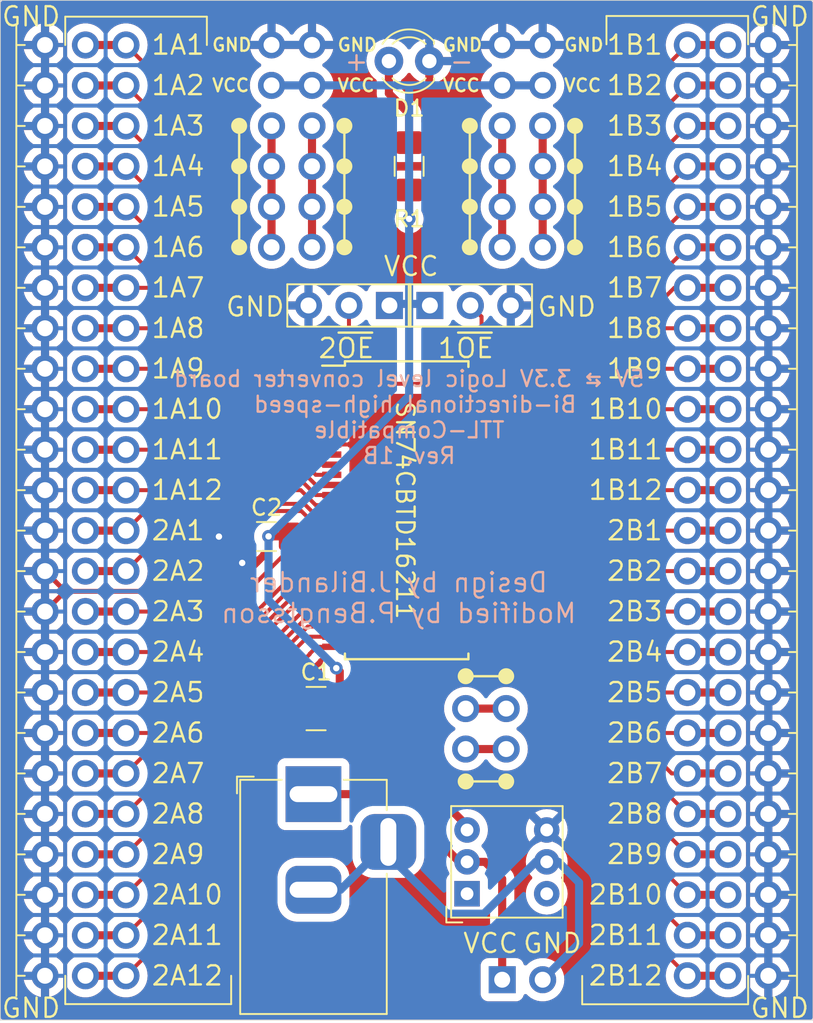
<source format=kicad_pcb>
(kicad_pcb (version 20221018) (generator pcbnew)
  (layers (0 "F.Cu" signal) (31 "B.Cu" signal) (34 "B.Paste" user) (35 "F.Paste" user) (36 "B.SilkS" user "B.Silkscreen") (37 "F.SilkS" user "F.Silkscreen") (38 "B.Mask" user) (39 "F.Mask" user) (44 "Edge.Cuts" user))
  (net 0 "")
  (net 1 "VCC")
  (net 2 "GND")
  (net 3 "2A12")
  (net 4 "2A11")
  (net 5 "2A10")
  (net 6 "2A9")
  (net 7 "2A8")
  (net 8 "2A7")
  (net 9 "2A6")
  (net 10 "2A5")
  (net 11 "2A4")
  (net 12 "2A3")
  (net 13 "2A2")
  (net 14 "2A1")
  (net 15 "1A12")
  (net 16 "1A11")
  (net 17 "1A10")
  (net 18 "1A9")
  (net 19 "1A8")
  (net 20 "1A7")
  (net 21 "1A6")
  (net 22 "1A5")
  (net 23 "1A4")
  (net 24 "1A3")
  (net 25 "1A2")
  (net 26 "1A1")
  (net 27 "2B12")
  (net 28 "2B11")
  (net 29 "2B10")
  (net 30 "2B9")
  (net 31 "2B8")
  (net 32 "2B7")
  (net 33 "2B6")
  (net 34 "2B5")
  (net 35 "2B4")
  (net 36 "2B3")
  (net 37 "2B2")
  (net 38 "2B1")
  (net 39 "1B12")
  (net 40 "1B11")
  (net 41 "1B10")
  (net 42 "1B9")
  (net 43 "1B8")
  (net 44 "1B7")
  (net 45 "1B6")
  (net 46 "1B5")
  (net 47 "1B4")
  (net 48 "1B3")
  (net 49 "1B2")
  (net 50 "1B1")
  (net 51 "/1~{OE}")
  (net 52 "/2~{OE}")
  (net 53 "/ISLAND-B")
  (net 54 "/ISLAND-A")
  (net 55 "/ISLAND-D")
  (net 56 "/ISLAND-C")
  (net 57 "/ISLAND-F")
  (net 58 "/ISLAND-E")
  (net 59 "Net-(D1-A)")
  (net 60 "/GNDPWR")
  (net 61 "/VIN")
  (footprint "Package_SO:SSOP-56_7.5x18.5mm_P0.635mm" (layer "F.Cu") (at 155.5 92)
    (fp_text reference "U1" hide)
    (fp_text value "SN74CBTD16211")
  )
  (footprint "Connector_BarrelJack:BarrelJack_Horizontal" (layer "F.Cu") (at 149.65 109.82 90)
    (fp_text reference "J5" hide)
    (fp_text value "Barrel_Jack_Switch" hide)
  )
  (footprint "Capacitor_SMD:C_1210_3225Metric_Pad1.42x2.65mm_HandSolder" (layer "F.Cu") (at 149.812 104.45 180)
    (fp_text reference "C1")
    (fp_text value "C" hide)
  )
  (footprint "Connector_PinHeader_2.54mm:PinHeader_1x24_P2.54mm_Vertical" (layer "F.Cu") (at 178.2 62.8)
    (fp_text reference "J4" hide)
    (fp_text value "Conn_01x24" hide)
  )
  (footprint "Connector_PinHeader_2.54mm:PinHeader_1x24_P2.54mm_Vertical" (layer "F.Cu") (at 132.8 62.8)
    (fp_text reference "J2" hide)
    (fp_text value "Conn_01x24" hide)
  )
  (footprint "Connector_PinHeader_2.54mm:PinHeader_2x24_P2.54mm_Vertical" (layer "F.Cu") (at 135.34 62.8)
    (fp_text reference "J1" hide)
    (fp_text value "Conn_02x24_Odd_Even" hide)
  )
  (footprint "Connector_PinHeader_2.54mm:PinHeader_2x24_P2.54mm_Vertical" (layer "F.Cu") (at 173.12 62.8)
    (fp_text reference "J3" hide)
    (fp_text value "Conn_02x24_Odd_Even" hide)
  )
  (footprint "Capacitor_SMD:C_1206_3216Metric_Pad1.42x1.75mm_HandSolder" (layer "F.Cu") (at 146.7 93.65)
    (fp_text reference "C2")
    (fp_text value "C" hide)
  )
  (footprint "Connector_PinHeader_2.54mm:PinHeader_2x01_P2.54mm_Vertical" (layer "F.Cu") (at 161.496 121.468)
    (fp_text reference "J6" hide)
    (fp_text value "Conn_02x01" hide)
  )
  (footprint "Connector_PinHeader_2.54mm:PinHeader_1x03_P2.54mm_Vertical" (layer "F.Cu") (at 156.957239 79.148247 90)
    (fp_text reference "JP1" hide)
    (fp_text value "Jumper_3_Open" hide)
  )
  (footprint "Connector_PinHeader_2.54mm:PinHeader_1x03_P2.54mm_Vertical" (layer "F.Cu") (at 154.417239 79.148247 -90)
    (fp_text reference "JP2" hide)
    (fp_text value "Jumper_3_Open" hide)
  )
  (footprint "Connector_PinHeader_2.54mm:PinHeader_2x06_P2.54mm_Vertical" (layer "F.Cu") (at 147.018 62.794)
    (fp_text reference "J7" hide)
    (fp_text value "Conn_02x06_Odd_Even" hide)
  )
  (footprint "Connector_PinHeader_2.54mm:PinHeader_2x06_P2.54mm_Vertical" (layer "F.Cu") (at 161.496 62.794)
    (fp_text reference "J8" hide)
    (fp_text value "Conn_02x06_Odd_Even" hide)
  )
  (footprint "LED_THT:LED_D3.0mm" (layer "F.Cu") (at 156.924 63.81 180)
    (fp_text reference "D1")
    (fp_text value "LED")
  )
  (footprint "Resistor_SMD:R_1206_3216Metric_Pad1.42x1.75mm_HandSolder" (layer "F.Cu") (at 155.654 70.414 -90)
    (fp_text reference "R1")
    (fp_text value "R" hide)
  )
  (footprint "Button_Switch_THT:SW_Push_THT_7x7x12mm_DPDT" (layer "F.Cu") (at 159.29 116.07 90)
    (fp_text reference "SW1" hide)
    (fp_text value "SW_Push_DPDT" hide)
  )
  (footprint "Connector_PinHeader_2.54mm:PinHeader_2x02_P2.54mm_Vertical" (layer "F.Cu") (at 159.205 104.45)
    (fp_text reference "J9" hide)
    (fp_text value "Conn_02x02_Odd_Even" hide)
  )
  (gr_line (start 130 124) (end 130 60) (stroke (width 0.05)) (layer "Edge.Cuts"))
  (gr_line (start 181 60) (end 181 124) (stroke (width 0.05)) (layer "Edge.Cuts"))
  (gr_line (start 181 124) (end 130 124) (stroke (width 0.05)) (layer "Edge.Cuts"))
  (gr_line (start 130 60) (end 181 60) (stroke (width 0.05)) (layer "Edge.Cuts"))
  (gr_text "+" (at 152.352 63.81) (layer "B.SilkS") (effects (font (size 1.2 1.2)) (justify mirror)))
  (gr_text "-" (at 158.956 63.81) (layer "B.SilkS") (effects (font (size 1.2 1.2)) (justify mirror)))
  (gr_text "Design by J.Bilander\nModified by P.Bengtsson" (at 155 97.5) (layer "B.SilkS") (effects (font (size 1.2 1.2)) (justify mirror)))
  (gr_text "5V ⇄ 3.3V Logic level converter board\nBi-directional high-speed \nTTL-Compatible\nRev. 1B" (at 155.654 86.162) (layer "B.SilkS") (effects (font (size 1 1)) (justify mirror)))
  (gr_text "1A1" (at 139.398 62.794) (layer "F.SilkS") (effects (font (size 1.2 1.2)) (justify left)))
  (gr_text "1A2" (at 139.398 65.334) (layer "F.SilkS") (effects (font (size 1.2 1.2)) (justify left)))
  (gr_text "GND" (at 130 123.246) (layer "F.SilkS") (effects (font (size 1.2 1.2)) (justify left)))
  (gr_text "VCC" (at 158.956 119.182) (layer "F.SilkS") (effects (font (size 1.2 1.2)) (justify left)))
  (gr_text "GND" (at 176.99 61.016) (layer "F.SilkS") (effects (font (size 1.2 1.2)) (justify left)))
  (gr_text "GND" (at 176.99 123.246) (layer "F.SilkS") (effects (font (size 1.2 1.2)) (justify left)))
  (gr_text "GND" (at 165.306 62.794) (layer "F.SilkS") (effects (font (size 0.8 0.8)) (justify left)))
  (gr_text "VCC" (at 151.082 65.334) (layer "F.SilkS") (effects (font (size 0.8 0.8)) (justify left)))
  (gr_text "1~{OE}" (at 159.21 81.837438) (layer "F.SilkS") (effects (font (size 1.2 1.2))))
  (gr_text "VCC" (at 153.971444 76.691347) (layer "F.SilkS") (effects (font (size 1.2 1.2)) (justify left)))
  (gr_text "GND" (at 144.065444 79.231347) (layer "F.SilkS") (effects (font (size 1.2 1.2)) (justify left)))
  (gr_text "2B6" (at 171.656 105.974) (layer "F.SilkS") (effects (font (size 1.2 1.2)) (justify right)))
  (gr_text "GND" (at 157.686 62.794) (layer "F.SilkS") (effects (font (size 0.8 0.8)) (justify left)))
  (gr_text "2B12" (at 171.656 121.214) (layer "F.SilkS") (effects (font (size 1.2 1.2)) (justify right)))
  (gr_text "2A5" (at 139.398 103.434) (layer "F.SilkS") (effects (font (size 1.2 1.2)) (justify left)))
  (gr_text "2B5" (at 171.656 103.434) (layer "F.SilkS") (effects (font (size 1.2 1.2)) (justify right)))
  (gr_text "1A6" (at 139.398 75.494) (layer "F.SilkS") (effects (font (size 1.2 1.2)) (justify left)))
  (gr_text "1A12" (at 139.398 90.734) (layer "F.SilkS") (effects (font (size 1.2 1.2)) (justify left)))
  (gr_text "1B3" (at 171.656 67.874) (layer "F.SilkS") (effects (font (size 1.2 1.2)) (justify right)))
  (gr_text "1B5" (at 171.656 72.954) (layer "F.SilkS") (effects (font (size 1.2 1.2)) (justify right)))
  (gr_text "GND" (at 151.082 62.794) (layer "F.SilkS") (effects (font (size 0.8 0.8)) (justify left)))
  (gr_text "1B2" (at 171.656 65.334) (layer "F.SilkS") (effects (font (size 1.2 1.2)) (justify right)))
  (gr_text "2A3" (at 139.398 98.354) (layer "F.SilkS") (effects (font (size 1.2 1.2)) (justify left)))
  (gr_text "VCC" (at 143.208 65.334) (layer "F.SilkS") (effects (font (size 0.8 0.8)) (justify left)))
  (gr_text "2B11" (at 171.656 118.674) (layer "F.SilkS") (effects (font (size 1.2 1.2)) (justify right)))
  (gr_text "2B4" (at 171.656 100.894) (layer "F.SilkS") (effects (font (size 1.2 1.2)) (justify right)))
  (gr_text "GND" (at 163.623444 79.231347) (layer "F.SilkS") (effects (font (size 1.2 1.2)) (justify left)))
  (gr_text "GND" (at 143.208 62.794) (layer "F.SilkS") (effects (font (size 0.8 0.8)) (justify left)))
  (gr_text "1B4" (at 171.656 70.414) (layer "F.SilkS") (effects (font (size 1.2 1.2)) (justify right)))
  (gr_text "2B3" (at 171.656 98.354) (layer "F.SilkS") (effects (font (size 1.2 1.2)) (justify right)))
  (gr_text "VCC" (at 157.686 65.334) (layer "F.SilkS") (effects (font (size 0.8 0.8)) (justify left)))
  (gr_text "2B7" (at 171.656 108.514) (layer "F.SilkS") (effects (font (size 1.2 1.2)) (justify right)))
  (gr_text "1A9" (at 139.398 83.114) (layer "F.SilkS") (effects (font (size 1.2 1.2)) (justify left)))
  (gr_text "1A7" (at 139.398 78.034) (layer "F.SilkS") (effects (font (size 1.2 1.2)) (justify left)))
  (gr_text "2A2" (at 139.398 95.814) (layer "F.SilkS") (effects (font (size 1.2 1.2)) (justify left)))
  (gr_text "2B9" (at 171.656 113.594) (layer "F.SilkS") (effects (font (size 1.2 1.2)) (justify right)))
  (gr_text "1B9" (at 171.656 83.114) (layer "F.SilkS") (effects (font (size 1.2 1.2)) (justify right)))
  (gr_text "2A9" (at 139.398 113.594) (layer "F.SilkS") (effects (font (size 1.2 1.2)) (justify left)))
  (gr_text "2A4" (at 139.398 100.894) (layer "F.SilkS") (effects (font (size 1.2 1.2)) (justify left)))
  (gr_text "1A10" (at 139.398 85.654) (layer "F.SilkS") (effects (font (size 1.2 1.2)) (justify left)))
  (gr_text "2A7" (at 139.398 108.514) (layer "F.SilkS") (effects (font (size 1.2 1.2)) (justify left)))
  (gr_text "1B10" (at 171.656 85.654) (layer "F.SilkS") (effects (font (size 1.2 1.2)) (justify right)))
  (gr_text "2B2" (at 171.656 95.814) (layer "F.SilkS") (effects (font (size 1.2 1.2)) (justify right)))
  (gr_text "2A10" (at 139.398 116.134) (layer "F.SilkS") (effects (font (size 1.2 1.2)) (justify left)))
  (gr_text "1B6" (at 171.656 75.494) (layer "F.SilkS") (effects (font (size 1.2 1.2)) (justify right)))
  (gr_text "2~{OE}" (at 151.7101 81.837438) (layer "F.SilkS") (effects (font (size 1.2 1.2))))
  (gr_text "2B8" (at 171.656 111.054) (layer "F.SilkS") (effects (font (size 1.2 1.2)) (justify right)))
  (gr_text "2A8" (at 139.398 111.054) (layer "F.SilkS") (effects (font (size 1.2 1.2)) (justify left)))
  (gr_text "2A12" (at 139.398 121.214) (layer "F.SilkS") (effects (font (size 1.2 1.2)) (justify left)))
  (gr_text "2A11" (at 139.398 118.674) (layer "F.SilkS") (effects (font (size 1.2 1.2)) (justify left)))
  (gr_text "2B10" (at 171.656 116.134) (layer "F.SilkS") (effects (font (size 1.2 1.2)) (justify right)))
  (gr_text "2B1" (at 171.656 93.274) (layer "F.SilkS") (effects (font (size 1.2 1.2)) (justify right)))
  (gr_text "1A11" (at 139.398 88.194) (layer "F.SilkS") (effects (font (size 1.2 1.2)) (justify left)))
  (gr_text "1B1" (at 171.656 62.794) (layer "F.SilkS") (effects (font (size 1.2 1.2)) (justify right)))
  (gr_text "1B11" (at 171.656 88.194) (layer "F.SilkS") (effects (font (size 1.2 1.2)) (justify right)))
  (gr_text "VCC" (at 165.306 65.334) (layer "F.SilkS") (effects (font (size 0.8 0.8)) (justify left)))
  (gr_text "1A4" (at 139.398 70.414) (layer "F.SilkS") (effects (font (size 1.2 1.2)) (justify left)))
  (gr_text "1A8" (at 139.398 80.574) (layer "F.SilkS") (effects (font (size 1.2 1.2)) (justify left)))
  (gr_text "1A5" (at 139.398 72.954) (layer "F.SilkS") (effects (font (size 1.2 1.2)) (justify left)))
  (gr_text "1B12" (at 171.656 90.734) (layer "F.SilkS") (effects (font (size 1.2 1.2)) (justify right)))
  (gr_text "2A6" (at 139.398 105.974) (layer "F.SilkS") (effects (font (size 1.2 1.2)) (justify left)))
  (gr_text "1A3" (at 139.398 67.874) (layer "F.SilkS") (effects (font (size 1.2 1.2)) (justify left)))
  (gr_text "1B7" (at 171.656 78.034) (layer "F.SilkS") (effects (font (size 1.2 1.2)) (justify right)))
  (gr_text "1B8" (at 171.656 80.574) (layer "F.SilkS") (effects (font (size 1.2 1.2)) (justify right)))
  (gr_text "GND" (at 166.576 119.182) (layer "F.SilkS") (effects (font (size 1.2 1.2)) (justify right)))
  (gr_text "2A1" (at 139.398 93.274) (layer "F.SilkS") (effects (font (size 1.2 1.2)) (justify left)))
  (gr_text "SN74CBTD16211" (at 155.4 92.004 270) (layer "F.SilkS") (effects (font (size 1.1 1.1))))
  (gr_text "GND" (at 130 61.016) (layer "F.SilkS") (effects (font (size 1.2 1.2)) (justify left)))
  (segment (start 146.83 93.64) (end 148.1775 93.64) (width 0.508) (layer "F.Cu") (net 1))
  (segment (start 151.2995 104.45) (end 151.936688 104.45) (width 0.508) (layer "F.Cu") (net 1))
  (segment (start 150.8 93.5875) (end 148.25 93.5875) (width 0.25) (layer "F.Cu") (net 1))
  (segment (start 151.936688 104.45) (end 159.29 111.803312) (width 0.508) (layer "F.Cu") (net 1))
  (segment (start 148.5875 93.25) (end 148.1875 93.65) (width 0.2794) (layer "F.Cu") (net 1))
  (segment (start 148.1775 93.64) (end 148.1875 93.65) (width 0.508) (layer "F.Cu") (net 1))
  (segment (start 155.654 73.716) (end 155.654 71.9015) (width 0.508) (layer "F.Cu") (net 1))
  (segment (start 151.2995 102.1275) (end 151.082 101.91) (width 0.508) (layer "F.Cu") (net 1))
  (segment (start 148.25 93.5875) (end 148.1875 93.65) (width 0.25) (layer "F.Cu") (net 1))
  (segment (start 159.29 111.803312) (end 159.29 112.07) (width 0.508) (layer "F.Cu") (net 1))
  (segment (start 151.2995 104.45) (end 151.2995 102.1275) (width 0.508) (layer "F.Cu") (net 1))
  (via (at 151.082 101.91) (size 0.8) (drill 0.4) (layers "F.Cu" "B.Cu") (net 1))
  (via (at 155.654 73.716) (size 0.8) (drill 0.4) (layers "F.Cu" "B.Cu") (net 1))
  (via (at 146.83 93.64) (size 0.8) (drill 0.4) (layers "F.Cu" "B.Cu") (net 1))
  (segment (start 155.654 73.716) (end 155.654 65.334) (width 0.508) (layer "B.Cu") (net 1))
  (segment (start 155.654 84.816) (end 146.83 93.64) (width 0.508) (layer "B.Cu") (net 1))
  (segment (start 146.83 97.658) (end 151.082 101.91) (width 0.508) (layer "B.Cu") (net 1))
  (segment (start 147.018 65.334) (end 155.654 65.334) (width 0.508) (layer "B.Cu") (net 1))
  (segment (start 155.654 80.32) (end 155.654 73.716) (width 0.508) (layer "B.Cu") (net 1))
  (segment (start 155.654 79.05) (end 156.858992 79.05) (width 0.508) (layer "B.Cu") (net 1))
  (segment (start 155.654 80.32) (end 155.654 79.05) (width 0.508) (layer "B.Cu") (net 1))
  (segment (start 146.83 93.64) (end 146.83 97.658) (width 0.508) (layer "B.Cu") (net 1))
  (segment (start 154.515486 79.05) (end 155.654 79.05) (width 0.508) (layer "B.Cu") (net 1))
  (segment (start 154.417239 79.148247) (end 154.515486 79.05) (width 0.508) (layer "B.Cu") (net 1))
  (segment (start 155.654 80.32) (end 155.654 84.816) (width 0.508) (layer "B.Cu") (net 1))
  (segment (start 155.654 65.334) (end 164.036 65.334) (width 0.508) (layer "B.Cu") (net 1))
  (segment (start 156.858992 79.05) (end 156.957239 79.148247) (width 0.508) (layer "B.Cu") (net 1))
  (segment (start 132.8 70.42) (end 133.9945 70.42) (width 0.25) (layer "F.Cu") (net 2))
  (segment (start 176.9265 113.6575) (end 176.9265 116.134) (width 0.25) (layer "F.Cu") (net 2))
  (segment (start 134.058 100.9) (end 134.064 100.894) (width 0.25) (layer "F.Cu") (net 2))
  (segment (start 176.984 67.88) (end 176.9265 67.9375) (width 0.25) (layer "F.Cu") (net 2))
  (segment (start 134.064 75.5575) (end 134.064 77.9705) (width 0.25) (layer "F.Cu") (net 2))
  (segment (start 132.8 88.2) (end 134.0065 88.2) (width 0.25) (layer "F.Cu") (net 2))
  (segment (start 134.058 103.44) (end 134.064 103.434) (width 0.25) (layer "F.Cu") (net 2))
  (segment (start 133.9945 70.42) (end 134.064 70.3505) (width 0.25) (layer "F.Cu") (net 2))
  (segment (start 178.2 70.42) (end 176.996 70.42) (width 0.25) (layer "F.Cu") (net 2))
  (segment (start 176.9265 116.134) (end 176.9265 122.103) (width 0.25) (layer "F.Cu") (net 2))
  (segment (start 132.8 90.74) (end 134.0065 90.74) (width 0.25) (layer "F.Cu") (net 2))
  (segment (start 134.064 61.9685) (end 134.064 62.794) (width 0.25) (layer "F.Cu") (net 2))
  (segment (start 134.064 106.0375) (end 134.064 108.4505) (width 0.25) (layer "F.Cu") (net 2))
  (segment (start 176.9265 80.5105) (end 176.9265 83.0505) (width 0.25) (layer "F.Cu") (net 2))
  (segment (start 150.8 94.8575) (end 160.2 94.8575) (width 0.25) (layer "F.Cu") (net 2))
  (segment (start 134.064 65.2705) (end 134.064 67.8105) (width 0.25) (layer "F.Cu") (net 2))
  (segment (start 132.8 108.52) (end 133.9945 108.52) (width 0.25) (layer "F.Cu") (net 2))
  (segment (start 133.683 97.084) (end 131.9685 97.084) (width 0.25) (layer "F.Cu") (net 2))
  (segment (start 132.8 121.22) (end 134.058 121.22) (width 0.25) (layer "F.Cu") (net 2))
  (segment (start 178.2 80.58) (end 176.996 80.58) (width 0.25) (layer "F.Cu") (net 2))
  (segment (start 132.8 100.9) (end 134.058 100.9) (width 0.25) (layer "F.Cu") (net 2))
  (segment (start 176.9265 93.2105) (end 176.9265 98.4175) (width 0.25) (layer "F.Cu") (net 2))
  (segment (start 134.064 80.6375) (end 134.064 83.0505) (width 0.25) (layer "F.Cu") (net 2))
  (segment (start 134.058 72.96) (end 134.064 72.954) (width 0.25) (layer "F.Cu") (net 2))
  (segment (start 178.2 113.6) (end 176.984 113.6) (width 0.25) (layer "F.Cu") (net 2))
  (segment (start 132.8 80.58) (end 134.0065 80.58) (width 0.25) (layer "F.Cu") (net 2))
  (segment (start 176.996 83.12) (end 176.9265 83.0505) (width 0.25) (layer "F.Cu") (net 2))
  (segment (start 178.2 100.9) (end 176.996 100.9) (width 0.25) (layer "F.Cu") (net 2))
  (segment (start 132.8 118.68) (end 133.9945 118.68) (width 0.25) (layer "F.Cu") (net 2))
  (segment (start 178.2 121.22) (end 176.9325 121.22) (width 0.25) (layer "F.Cu") (net 2))
  (segment (start 178.2 65.34) (end 176.996 65.34) (width 0.25) (layer "F.Cu") (net 2))
  (segment (start 134.064 103.434) (end 134.064 106.0375) (width 0.25) (layer "F.Cu") (net 2))
  (segment (start 176.996 105.98) (end 176.9265 105.9105) (width 0.25) (layer "F.Cu") (net 2))
  (segment (start 178.2 78.04) (end 176.984 78.04) (width 0.25) (layer "F.Cu") (net 2))
  (segment (start 176.996 88.2) (end 176.9265 88.1305) (width 0.25) (layer "F.Cu") (net 2))
  (segment (start 132.8 116.14) (end 134.058 116.14) (width 0.25) (layer "F.Cu") (net 2))
  (segment (start 176.9265 70.3505) (end 176.9265 72.8905) (width 0.25) (layer "F.Cu") (net 2))
  (segment (start 176.9265 103.4975) (end 176.9265 105.9105) (width 0.25) (layer "F.Cu") (net 2))
  (segment (start 176.996 85.66) (end 176.9265 85.5905) (width 0.25) (layer "F.Cu") (net 2))
  (segment (start 133.9945 65.34) (end 134.064 65.2705) (width 0.25) (layer "F.Cu") (net 2))
  (segment (start 176.9265 83.0505) (end 176.9265 85.5905) (width 0.25) (layer "F.Cu") (net 2))
  (segment (start 176.9325 111.06) (end 176.9265 111.054) (width 0.25) (layer "F.Cu") (net 2))
  (segment (start 176.984 78.04) (end 176.9265 78.0975) (width 0.25) (layer "F.Cu") (net 2))
  (segment (start 134.064 67.8105) (end 134.064 70.3505) (width 0.25) (layer "F.Cu") (net 2))
  (segment (start 176.9265 98.4175) (end 176.9265 100.8305) (width 0.25) (layer "F.Cu") (net 2))
  (segment (start 134.058 113.6) (end 134.064 113.594) (width 0.25) (layer "F.Cu") (net 2))
  (segment (start 134.064 118.6105) (end 134.064 122.103) (width 0.25) (layer "F.Cu") (net 2))
  (segment (start 176.996 100.9) (end 176.9265 100.8305) (width 0.25) (layer "F.Cu") (net 2))
  (segment (start 134.064 83.0505) (end 134.064 85.654) (width 0.25) (layer "F.Cu") (net 2))
  (segment (start 132.8 62.8) (end 134.058 62.8) (width 0.25) (layer "F.Cu") (net 2))
  (segment (start 178.2 111.06) (end 176.9325 111.06) (width 0.25) (layer "F.Cu") (net 2))
  (segment (start 176.9265 62.7305) (end 176.9265 65.2705) (width 0.25) (layer "F.Cu") (net 2))
  (segment (start 176.996 90.74) (end 176.9265 90.6705) (width 0.25) (layer "F.Cu") (net 2))
  (segment (start 134.064 113.594) (end 134.064 116.134) (width 0.25) (layer "F.Cu") (net 2))
  (segment (start 176.9325 95.82) (end 176.9265 95.814) (width 0.25) (layer "F.Cu") (net 2))
  (segment (start 134.064 77.9705) (end 134.064 80.6375) (width 0.25) (layer "F.Cu") (net 2))
  (segment (start 134.058 85.66) (end 134.064 85.654) (width 0.25) (layer "F.Cu") (net 2))
  (segment (start 132.8 83.12) (end 133.9945 83.12) (width 0.25) (layer "F.Cu") (net 2))
  (segment (start 132.8 67.88) (end 133.9945 67.88) (width 0.25) (layer "F.Cu") (net 2))
  (segment (start 134.064 93.274) (end 134.064 100.894) (width 0.25) (layer "F.Cu") (net 2))
  (segment (start 132.8 75.5) (end 134.0065 75.5) (width 0.25) (layer "F.Cu") (net 2))
  (segment (start 178.2 62.8) (end 176.996 62.8) (width 0.25) (layer "F.Cu") (net 2))
  (segment (start 176.9325 108.52) (end 176.9265 108.514) (width 0.25) (layer "F.Cu") (net 2))
  (segment (start 134.0065 75.5) (end 134.064 75.5575) (width 0.25) (layer "F.Cu") (net 2))
  (segment (start 132.8 113.6) (end 134.058 113.6) (width 0.25) (layer "F.Cu") (net 2))
  (segment (start 178.2 116.14) (end 176.9325 116.14) (width 0.25) (layer "F.Cu") (net 2))
  (segment (start 133.9945 108.52) (end 134.064 108.4505) (width 0.25) (layer "F.Cu") (net 2))
  (segment (start 132.8 105.98) (end 134.0065 105.98) (width 0.25) (layer "F.Cu") (net 2))
  (segment (start 134.0065 88.2) (end 134.064 88.2575) (width 0.25) (layer "F.Cu") (net 2))
  (segment (start 176.9265 72.8905) (end 176.9265 75.4305) (width 0.25) (layer "F.Cu") (net 2))
  (segment (start 176.984 113.6) (end 176.9265 113.6575) (width 0.25) (layer "F.Cu") (net 2))
  (segment (start 134.064 111.1175) (end 134.064 113.594) (width 0.25) (layer "F.Cu") (net 2))
  (segment (start 132.8 111.06) (end 134.0065 111.06) (width 0.25) (layer "F.Cu") (net 2))
  (segment (start 132.8 72.96) (end 134.058 72.96) (width 0.25) (layer "F.Cu") (net 2))
  (segment (start 134.0065 105.98) (end 134.064 106.0375) (width 0.25) (layer "F.Cu") (net 2))
  (segment (start 134.058 93.28) (end 134.064 93.274) (width 0.25) (layer "F.Cu") (net 2))
  (segment (start 176.9265 65.2705) (end 176.9265 67.9375) (width 0.25) (layer "F.Cu") (net 2))
  (segment (start 134.058 121.22) (end 134.064 121.214) (width 0.25) (layer "F.Cu") (net 2))
  (segment (start 176.996 75.5) (end 176.9265 75.4305) (width 0.25) (layer "F.Cu") (net 2))
  (segment (start 176.9325 116.14) (end 176.9265 116.134) (width 0.25) (layer "F.Cu") (net 2))
  (segment (start 134.064 70.3505) (end 134.064 75.5575) (width 0.25) (layer "F.Cu") (net 2))
  (segment (start 178.2 72.96) (end 176.996 72.96) (width 0.25) (layer "F.Cu") (net 2))
  (segment (start 134.064 116.134) (end 134.064 118.6105) (width 0.25) (layer "F.Cu") (net 2))
  (segment (start 176.984 103.44) (end 176.9265 103.4975) (width 0.25) (layer "F.Cu") (net 2))
  (segment (start 176.9265 88.1305) (end 176.9265 90.6705) (width 0.25) (layer "F.Cu") (net 2))
  (segment (start 134.058 116.14) (end 134.064 116.134) (width 0.25) (layer "F.Cu") (net 2))
  (segment (start 134.07 97.09) (end 141.7725 97.09) (width 0.3048) (layer "F.Cu") (net 2))
  (segment (start 176.9265 90.6705) (end 176.9265 93.2105) (width 0.25) (layer "F.Cu") (net 2))
  (segment (start 134.0065 90.74) (end 134.064 90.7975) (width 0.25) (layer "F.Cu") (net 2))
  (segment (start 134.064 100.894) (end 134.064 103.434) (width 0.25) (layer "F.Cu") (net 2))
  (segment (start 178.2 88.2) (end 176.996 88.2) (width 0.25) (layer "F.Cu") (net 2))
  (segment (start 178.2 118.68) (end 176.9325 118.68) (width 0.25) (layer "F.Cu") (net 2))
  (segment (start 134.0065 111.06) (end 134.064 111.1175) (width 0.25) (layer "F.Cu") (net 2))
  (segment (start 133.9945 118.68) (end 134.064 118.6105) (width 0.25) (layer "F.Cu") (net 2))
  (segment (start 176.9325 118.68) (end 176.9265 118.674) (width 0.25) (layer "F.Cu") (net 2))
  (segment (start 132.8 93.28) (end 134.058 93.28) (width 0.25) (layer "F.Cu") (net 2))
  (segment (start 176.9265 85.5905) (end 176.9265 88.1305) (width 0.25) (layer "F.Cu") (net 2))
  (segment (start 176.9265 75.4305) (end 176.9265 78.0975) (width 0.25) (layer "F.Cu") (net 2))
  (segment (start 132.8 78.04) (end 133.9945 78.04) (width 0.25) (layer "F.Cu") (net 2))
  (segment (start 176.9265 61.9685) (end 176.9265 62.7305) (width 0.25) (layer "F.Cu") (net 2))
  (segment (start 176.996 93.28) (end 176.9265 93.2105) (width 0.25) (layer "F.Cu") (net 2))
  (segment (start 134.064 108.4505) (end 134.064 111.1175) (width 0.25) (layer "F.Cu") (net 2))
  (segment (start 132.8 85.66) (end 134.058 85.66) (width 0.25) (layer "F.Cu") (net 2))
  (segment (start 176.996 65.34) (end 176.9265 65.2705) (width 0.25) (layer "F.Cu") (net 2))
  (segment (start 178.2 85.66) (end 176.996 85.66) (width 0.25) (layer "F.Cu") (net 2))
  (segment (start 160.2 87.8725) (end 150.8 87.8725) (width 0.25) (layer "F.Cu") (net 2))
  (segment (start 133.9945 67.88) (end 134.064 67.8105) (width 0.25) (layer "F.Cu") (net 2))
  (segment (start 133.9945 83.12) (end 134.064 83.0505) (width 0.25) (layer "F.Cu") (net 2))
  (segment (start 176.996 62.8) (end 176.9265 62.7305) (width 0.25) (layer "F.Cu") (net 2))
  (segment (start 178.2 75.5) (end 176.996 75.5) (width 0.25) (layer "F.Cu") (net 2))
  (segment (start 133.9945 78.04) (end 134.064 77.9705) (width 0.25) (layer "F.Cu") (net 2))
  (segment (start 178.2 103.44) (end 176.984 103.44) (width 0.25) (layer "F.Cu") (net 2))
  (segment (start 176.9265 78.0975) (end 176.9265 80.5105) (width 0.25) (layer "F.Cu") (net 2))
  (segment (start 178.2 90.74) (end 176.996 90.74) (width 0.25) (layer "F.Cu") (net 2))
  (segment (start 176.9265 100.8305) (end 176.9265 103.4975) (width 0.25) (layer "F.Cu") (net 2))
  (segment (start 178.2 98.36) (end 176.984 98.36) (width 0.25) (layer "F.Cu") (net 2))
  (segment (start 132.8 98.36) (end 134.07 97.09) (width 0.3048) (layer "F.Cu") (net 2))
  (segment (start 134.064 88.2575) (end 134.064 90.7975) (width 0.25) (layer "F.Cu") (net 2))
  (segment (start 176.996 72.96) (end 176.9265 72.8905) (width 0.25) (layer "F.Cu") (net 2))
  (segment (start 134.064 62.794) (end 134.064 65.2705) (width 0.25) (layer "F.Cu") (net 2))
  (segment (start 178.2 83.12) (end 176.996 83.12) (width 0.25) (layer "F.Cu") (net 2))
  (segment (start 134.0065 80.58) (end 134.064 80.6375) (width 0.25) (layer "F.Cu") (net 2))
  (segment (start 176.996 80.58) (end 176.9265 80.5105) (width 0.25) (layer "F.Cu") (net 2))
  (segment (start 178.2 95.82) (end 176.9325 95.82) (width 0.25) (layer "F.Cu") (net 2))
  (segment (start 178.2 67.88) (end 176.984 67.88) (width 0.25) (layer "F.Cu") (net 2))
  (segment (start 132.8 95.82) (end 134.07 97.09) (width 0.3048) (layer "F.Cu") (net 2))
  (segment (start 132.8 103.44) (end 134.058 103.44) (width 0.25) (layer "F.Cu") (net 2))
  (segment (start 176.9265 108.514) (end 176.9265 113.6575) (width 0.25) (layer "F.Cu") (net 2))
  (segment (start 178.2 108.52) (end 176.9325 108.52) (width 0.25) (layer "F.Cu") (net 2))
  (segment (start 178.2 93.28) (end 176.996 93.28) (width 0.25) (layer "F.Cu") (net 2))
  (segment (start 134.064 85.654) (end 134.064 88.2575) (width 0.25) (layer "F.Cu") (net 2))
  (segment (start 176.996 70.42) (end 176.9265 70.3505) (width 0.25) (layer "F.Cu") (net 2))
  (segment (start 176.984 98.36) (end 176.9265 98.4175) (width 0.25) (layer "F.Cu") (net 2))
  (segment (start 178.2 105.98) (end 176.996 105.98) (width 0.25) (layer "F.Cu") (net 2))
  (segment (start 141.7725 97.09) (end 145.2125 93.65) (width 0.3048) (layer "F.Cu") (net 2))
  (segment (start 134.064 90.7975) (end 134.064 93.274) (width 0.25) (layer "F.Cu") (net 2))
  (segment (start 132.8 65.34) (end 133.9945 65.34) (width 0.25) (layer "F.Cu") (net 2))
  (segment (start 134.058 62.8) (end 134.064 62.794) (width 0.25) (layer "F.Cu") (net 2))
  (segment (start 176.9265 105.9105) (end 176.9265 108.514) (width 0.25) (layer "F.Cu") (net 2))
  (segment (start 176.9325 121.22) (end 176.9265 121.214) (width 0.25) (layer "F.Cu") (net 2))
  (segment (start 176.9265 67.9375) (end 176.9265 70.3505) (width 0.25) (layer "F.Cu") (net 2))
  (via (at 145.1765 95.306) (size 0.8) (drill 0.4) (layers "F.Cu" "B.Cu") (net 2))
  (via (at 143.716 93.655) (size 0.8) (drill 0.4) (layers "F.Cu" "B.Cu") (net 2))
  (segment (start 179.022 66.604) (end 172.291 66.604) (width 0.25) (layer "B.Cu") (net 2))
  (segment (start 179.022 69.144) (end 172.291 69.144) (width 0.25) (layer "B.Cu") (net 2))
  (segment (start 179.022 71.684) (end 172.291 71.684) (width 0.25) (layer "B.Cu") (net 2))
  (segment (start 179.022 74.224) (end 172.291 74.224) (width 0.25) (layer "B.Cu") (net 2))
  (segment (start 179.022 76.764) (end 172.291 76.764) (width 0.25) (layer "B.Cu") (net 2))
  (segment (start 179.022 79.304) (end 172.291 79.304) (width 0.25) (layer "B.Cu") (net 2))
  (segment (start 179.022 81.844) (end 172.291 81.844) (width 0.25) (layer "B.Cu") (net 2))
  (segment (start 179.022 84.384) (end 172.291 84.384) (width 0.25) (layer "B.Cu") (net 2))
  (segment (start 179.022 86.924) (end 172.291 86.924) (width 0.25) (layer "B.Cu") (net 2))
  (segment (start 179.022 89.464) (end 172.291 89.464) (width 0.25) (layer "B.Cu") (net 2))
  (segment (start 179.022 92.004) (end 172.291 92.004) (width 0.25) (layer "B.Cu") (net 2))
  (segment (start 179.022 94.544) (end 172.291 94.544) (width 0.25) (layer "B.Cu") (net 2))
  (segment (start 179.022 97.084) (end 172.291 97.084) (width 0.25) (layer "B.Cu") (net 2))
  (segment (start 179.022 99.624) (end 172.291 99.624) (width 0.25) (layer "B.Cu") (net 2))
  (segment (start 179.022 102.164) (end 172.291 102.164) (width 0.25) (layer "B.Cu") (net 2))
  (segment (start 179.022 104.704) (end 172.291 104.704) (width 0.25) (layer "B.Cu") (net 2))
  (segment (start 179.022 107.244) (end 172.291 107.244) (width 0.25) (layer "B.Cu") (net 2))
  (segment (start 179.022 109.784) (end 172.291 109.784) (width 0.25) (layer "B.Cu") (net 2))
  (segment (start 179.022 112.324) (end 172.291 112.324) (width 0.25) (layer "B.Cu") (net 2))
  (segment (start 179.022 114.864) (end 172.291 114.864) (width 0.25) (layer "B.Cu") (net 2))
  (segment (start 179.022 117.404) (end 172.291 117.404) (width 0.25) (layer "B.Cu") (net 2))
  (segment (start 179.022 119.944) (end 172.291 119.944) (width 0.25) (layer "B.Cu") (net 2))
  (segment (start 174.3865 61.9685) (end 174.3865 122.103) (width 0.25) (layer "B.Cu") (net 2))
  (segment (start 136.604 61.9685) (end 136.604 122.103) (width 0.25) (layer "B.Cu") (net 2))
  (segment (start 138.6995 64.064) (end 131.9685 64.064) (width 0.25) (layer "B.Cu") (net 2))
  (segment (start 138.6995 66.604) (end 131.9685 66.604) (width 0.25) (layer "B.Cu") (net 2))
  (segment (start 138.6995 69.144) (end 131.9685 69.144) (width 0.25) (layer "B.Cu") (net 2))
  (segment (start 138.6995 71.684) (end 131.9685 71.684) (width 0.25) (layer "B.Cu") (net 2))
  (segment (start 138.6995 74.224) (end 131.9685 74.224) (width 0.25) (layer "B.Cu") (net 2))
  (segment (start 138.6995 76.764) (end 131.9685 76.764) (width 0.25) (layer "B.Cu") (net 2))
  (segment (start 138.6995 79.304) (end 131.9685 79.304) (width 0.25) (layer "B.Cu") (net 2))
  (segment (start 138.6995 81.844) (end 131.9685 81.844) (width 0.25) (layer "B.Cu") (net 2))
  (segment (start 138.6995 84.384) (end 131.9685 84.384) (width 0.25) (layer "B.Cu") (net 2))
  (segment (start 138.6995 86.924) (end 131.9685 86.924) (width 0.25) (layer "B.Cu") (net 2))
  (segment (start 138.6995 89.464) (end 131.9685 89.464) (width 0.25) (layer "B.Cu") (net 2))
  (segment (start 138.6995 92.004) (end 131.9685 92.004) (width 0.25) (layer "B.Cu") (net 2))
  (segment (start 138.6995 94.544) (end 131.9685 94.544) (width 0.25) (layer "B.Cu") (net 2))
  (segment (start 138.6995 97.084) (end 131.9685 97.084) (width 0.25) (layer "B.Cu") (net 2))
  (segment (start 138.6995 99.624) (end 131.9685 99.624) (width 0.25) (layer "B.Cu") (net 2))
  (segment (start 138.6995 102.164) (end 131.9685 102.164) (width 0.25) (layer "B.Cu") (net 2))
  (segment (start 138.6995 104.704) (end 131.9685 104.704) (width 0.25) (layer "B.Cu") (net 2))
  (segment (start 138.6995 107.244) (end 131.9685 107.244) (width 0.25) (layer "B.Cu") (net 2))
  (segment (start 138.6995 109.784) (end 131.9685 109.784) (width 0.25) (layer "B.Cu") (net 2))
  (segment (start 138.6995 112.324) (end 131.9685 112.324) (width 0.25) (layer "B.Cu") (net 2))
  (segment (start 138.6995 114.864) (end 131.9685 114.864) (width 0.25) (layer "B.Cu") (net 2))
  (segment (start 138.6995 117.404) (end 131.9685 117.404) (width 0.25) (layer "B.Cu") (net 2))
  (segment (start 138.6995 119.944) (end 131.9685 119.944) (width 0.25) (layer "B.Cu") (net 2))
  (segment (start 134.064 118.7375) (end 134.064 121.214) (width 0.25) (layer "B.Cu") (net 2))
  (segment (start 132.8 118.68) (end 134.0065 118.68) (width 0.25) (layer "B.Cu") (net 2))
  (segment (start 134.064 108.514) (end 134.064 110.9905) (width 0.25) (layer "B.Cu") (net 2))
  (segment (start 134.058 121.22) (end 134.064 121.214) (width 0.25) (layer "B.Cu") (net 2))
  (segment (start 178.2 75.5) (end 176.9325 75.5) (width 0.25) (layer "B.Cu") (net 2))
  (segment (start 178.2 95.82) (end 176.9325 95.82) (width 0.25) (layer "B.Cu") (net 2))
  (segment (start 132.8 108.52) (end 134.058 108.52) (width 0.25) (layer "B.Cu") (net 2))
  (segment (start 178.2 116.14) (end 176.984 116.14) (width 0.25) (layer "B.Cu") (net 2))
  (segment (start 132.8 75.5) (end 133.9945 75.5) (width 0.25) (layer "B.Cu") (net 2))
  (segment (start 178.2 88.2) (end 176.9325 88.2) (width 0.25) (layer "B.Cu") (net 2))
  (segment (start 134.064 100.8305) (end 134.064 103.4975) (width 0.25) (layer "B.Cu") (net 2))
  (segment (start 134.064 98.4175) (end 134.064 100.8305) (width 0.25) (layer "B.Cu") (net 2))
  (segment (start 134.064 80.574) (end 134.064 83.114) (width 0.25) (layer "B.Cu") (net 2))
  (segment (start 134.064 83.114) (end 134.064 85.7175) (width 0.25) (layer "B.Cu") (net 2))
  (segment (start 132.8 103.44) (end 134.0065 103.44) (width 0.25) (layer "B.Cu") (net 2))
  (segment (start 176.9265 108.5775) (end 176.9265 111.054) (width 0.25) (layer "B.Cu") (net 2))
  (segment (start 132.8 88.2) (end 134.058 88.2) (width 0.25) (layer "B.Cu") (net 2))
  (segment (start 132.8 113.6) (end 134.0065 113.6) (width 0.25) (layer "B.Cu") (net 2))
  (segment (start 133.9945 90.74) (end 134.064 90.6705) (width 0.25) (layer "B.Cu") (net 2))
  (segment (start 176.9325 80.58) (end 176.9265 80.574) (width 0.25) (layer "B.Cu") (net 2))
  (segment (start 134.064 62.8575) (end 134.064 65.3975) (width 0.25) (layer "B.Cu") (net 2))
  (segment (start 134.064 85.7175) (end 134.064 88.194) (width 0.25) (layer "B.Cu") (net 2))
  (segment (start 134.0065 93.28) (end 134.064 93.3375) (width 0.25) (layer "B.Cu") (net 2))
  (segment (start 132.8 90.74) (end 133.9945 90.74) (width 0.25) (layer "B.Cu") (net 2))
  (segment (start 133.9945 95.82) (end 134.064 95.7505) (width 0.25) (layer "B.Cu") (net 2))
  (segment (start 178.2 118.68) (end 176.9325 118.68) (width 0.25) (layer "B.Cu") (net 2))
  (segment (start 176.9325 65.34) (end 176.9265 65.334) (width 0.25) (layer "B.Cu") (net 2))
  (segment (start 134.064 90.6705) (end 134.064 93.3375) (width 0.25) (layer "B.Cu") (net 2))
  (segment (start 176.9325 118.68) (end 176.9265 118.674) (width 0.25) (layer "B.Cu") (net 2))
  (segment (start 133.9945 105.98) (end 134.064 105.9105) (width 0.25) (layer "B.Cu") (net 2))
  (segment (start 178.2 98.36) (end 176.9325 98.36) (width 0.25) (layer "B.Cu") (net 2))
  (segment (start 178.2 90.74) (end 176.984 90.74) (width 0.25) (layer "B.Cu") (net 2))
  (segment (start 134.0065 62.8) (end 134.064 62.8575) (width 0.25) (layer "B.Cu") (net 2))
  (segment (start 176.9265 65.334) (end 176.9265 67.8105) (width 0.25) (layer "B.Cu") (net 2))
  (segment (start 134.0065 98.36) (end 134.064 98.4175) (width 0.25) (layer "B.Cu") (net 2))
  (segment (start 178.2 83.12) (end 176.9325 83.12) (width 0.25) (layer "B.Cu") (net 2))
  (segment (start 134.064 93.3375) (end 134.064 95.7505) (width 0.25) (layer "B.Cu") (net 2))
  (segment (start 134.064 75.4305) (end 134.064 78.034) (width 0.25) (layer "B.Cu") (net 2))
  (segment (start 176.9325 100.9) (end 176.9265 100.894) (width 0.25) (layer "B.Cu") (net 2))
  (segment (start 176.9265 61.9685) (end 176.9265 62.794) (width 0.25) (layer "B.Cu") (net 2))
  (segment (start 176.9325 72.96) (end 176.9265 72.954) (width 0.25) (layer "B.Cu") (net 2))
  (segment (start 132.8 85.66) (end 134.0065 85.66) (width 0.25) (layer "B.Cu") (net 2))
  (segment (start 178.2 72.96) (end 176.9325 72.96) (width 0.25) (layer "B.Cu") (net 2))
  (segment (start 176.9325 103.44) (end 176.9265 103.434) (width 0.25) (layer "B.Cu") (net 2))
  (segment (start 134.0065 85.66) (end 134.064 85.7175) (width 0.25) (layer "B.Cu") (net 2))
  (segment (start 132.8 65.34) (end 134.0065 65.34) (width 0.25) (layer "B.Cu") (net 2))
  (segment (start 176.984 93.28) (end 176.9265 93.3375) (width 0.25) (layer "B.Cu") (net 2))
  (segment (start 176.9265 83.114) (end 176.9265 85.7175) (width 0.25) (layer "B.Cu") (net 2))
  (segment (start 176.9265 100.894) (end 176.9265 103.434) (width 0.25) (layer "B.Cu") (net 2))
  (segment (start 178.2 100.9) (end 176.9325 100.9) (width 0.25) (layer "B.Cu") (net 2))
  (segment (start 134.064 105.9105) (end 134.064 108.514) (width 0.25) (layer "B.Cu") (net 2))
  (segment (start 178.2 105.98) (end 176.9325 105.98) (width 0.25) (layer "B.Cu") (net 2))
  (segment (start 176.9265 113.5305) (end 176.9265 116.1975) (width 0.25) (layer "B.Cu") (net 2))
  (segment (start 134.064 121.214) (end 134.064 122.103) (width 0.25) (layer "B.Cu") (net 2))
  (segment (start 176.9325 121.22) (end 176.9265 121.214) (width 0.25) (layer "B.Cu") (net 2))
  (segment (start 178.2 103.44) (end 176.9325 103.44) (width 0.25) (layer "B.Cu") (net 2))
  (segment (start 176.9325 75.5) (end 176.9265 75.494) (width 0.25) (layer "B.Cu") (net 2))
  (segment (start 133.9945 111.06) (end 134.064 110.9905) (width 0.25) (layer "B.Cu") (net 2))
  (segment (start 176.9265 62.794) (end 176.9265 65.334) (width 0.25) (layer "B.Cu") (net 2))
  (segment (start 178.2 65.34) (end 176.9325 65.34) (width 0.25) (layer "B.Cu") (net 2))
  (segment (start 176.9265 103.434) (end 176.9265 105.974) (width 0.25) (layer "B.Cu") (net 2))
  (segment (start 134.064 95.7505) (end 134.064 98.4175) (width 0.25) (layer "B.Cu") (net 2))
  (segment (start 176.9265 70.4775) (end 176.9265 72.954) (width 0.25) (layer "B.Cu") (net 2))
  (segment (start 134.0065 118.68) (end 134.064 118.7375) (width 0.25) (layer "B.Cu") (net 2))
  (segment (start 132.8 98.36) (end 134.0065 98.36) (width 0.25) (layer "B.Cu") (net 2))
  (segment (start 134.064 103.4975) (end 134.064 105.9105) (width 0.25) (layer "B.Cu") (net 2))
  (segment (start 178.2 62.8) (end 176.9325 62.8) (width 0.25) (layer "B.Cu") (net 2))
  (segment (start 179.022 64.064) (end 172.291 64.064) (width 0.25) (layer "B.Cu") (net 2))
  (segment (start 176.9325 88.2) (end 176.9265 88.194) (width 0.25) (layer "B.Cu") (net 2))
  (segment (start 176.9265 98.354) (end 176.9265 100.894) (width 0.25) (layer "B.Cu") (net 2))
  (segment (start 176.9265 88.194) (end 176.9265 90.7975) (width 0.25) (layer "B.Cu") (net 2))
  (segment (start 178.2 70.42) (end 176.984 70.42) (width 0.25) (layer "B.Cu") (net 2))
  (segment (start 132.8 78.04) (end 134.058 78.04) (width 0.25) (layer "B.Cu") (net 2))
  (segment (start 176.984 70.42) (end 176.9265 70.4775) (width 0.25) (layer "B.Cu") (net 2))
  (segment (start 176.984 90.74) (end 176.9265 90.7975) (width 0.25) (layer "B.Cu") (net 2))
  (segment (start 134.058 72.96) (end 134.064 72.954) (width 0.25) (layer "B.Cu") (net 2))
  (segment (start 133.9945 75.5) (end 134.064 75.4305) (width 0.25) (layer "B.Cu") (net 2))
  (segment (start 134.0065 103.44) (end 134.064 103.4975) (width 0.25) (layer "B.Cu") (net 2))
  (segment (start 176.9265 116.1975) (end 176.9265 118.674) (width 0.25) (layer "B.Cu") (net 2))
  (segment (start 178.2 67.88) (end 176.996 67.88) (width 0.25) (layer "B.Cu") (net 2))
  (segment (start 134.064 65.3975) (end 134.064 67.874) (width 0.25) (layer "B.Cu") (net 2))
  (segment (start 132.8 72.96) (end 134.058 72.96) (width 0.25) (layer "B.Cu") (net 2))
  (segment (start 132.8 100.9) (end 133.9945 100.9) (width 0.25) (layer "B.Cu") (net 2))
  (segment (start 132.8 105.98) (end 133.9945 105.98) (width 0.25) (layer "B.Cu") (net 2))
  (segment (start 176.9265 95.814) (end 176.9265 98.354) (width 0.25) (layer "B.Cu") (net 2))
  (segment (start 134.058 80.58) (end 134.064 80.574) (width 0.25) (layer "B.Cu") (net 2))
  (segment (start 132.8 80.58) (end 134.058 80.58) (width 0.25) (layer "B.Cu") (net 2))
  (segment (start 176.9265 80.574) (end 176.9265 83.114) (width 0.25) (layer "B.Cu") (net 2))
  (segment (start 132.8 95.82) (end 133.9945 95.82) (width 0.25) (layer "B.Cu") (net 2))
  (segment (start 176.9325 105.98) (end 176.9265 105.974) (width 0.25) (layer "B.Cu") (net 2))
  (segment (start 176.9265 93.3375) (end 176.9265 95.814) (width 0.25) (layer "B.Cu") (net 2))
  (segment (start 134.058 83.12) (end 134.064 83.114) (width 0.25) (layer "B.Cu") (net 2))
  (segment (start 134.064 88.194) (end 134.064 90.6705) (width 0.25) (layer "B.Cu") (net 2))
  (segment (start 178.2 80.58) (end 176.9325 80.58) (width 0.25) (layer "B.Cu") (net 2))
  (segment (start 134.064 61.9685) (end 134.064 62.8575) (width 0.25) (layer "B.Cu") (net 2))
  (segment (start 176.9265 90.7975) (end 176.9265 93.3375) (width 0.25) (layer "B.Cu") (net 2))
  (segment (start 134.064 78.034) (end 134.064 80.574) (width 0.25) (layer "B.Cu") (net 2))
  (segment (start 176.9265 78.034) (end 176.9265 80.574) (width 0.25) (layer "B.Cu") (net 2))
  (segment (start 178.2 113.6) (end 176.996 113.6) (width 0.25) (layer "B.Cu") (net 2))
  (segment (start 132.8 83.12) (end 134.058 83.12) (width 0.25) (layer "B.Cu") (net 2))
  (segment (start 132.8 70.42) (end 134.058 70.42) (width 0.25) (layer "B.Cu") (net 2))
  (segment (start 133.9945 116.14) (end 134.064 116.0705) (width 0.25) (layer "B.Cu") (net 2))
  (segment (start 178.2 85.66) (end 176.984 85.66) (width 0.25) (layer "B.Cu") (net 2))
  (segment (start 176.9325 78.04) (end 176.9265 78.034) (width 0.25) (layer "B.Cu") (net 2))
  (segment (start 176.9325 95.82) (end 176.9265 95.814) (width 0.25) (layer "B.Cu") (net 2))
  (segment (start 176.9325 83.12) (end 176.9265 83.114) (width 0.25) (layer "B.Cu") (net 2))
  (segment (start 176.9265 85.7175) (end 176.9265 88.194) (width 0.25) (layer "B.Cu") (net 2))
  (segment (start 178.2 93.28) (end 176.984 93.28) (width 0.25) (layer "B.Cu") (net 2))
  (segment (start 176.984 108.52) (end 176.9265 108.5775) (width 0.25) (layer "B.Cu") (net 2))
  (segment (start 176.984 85.66) (end 176.9265 85.7175) (width 0.25) (layer "B.Cu") (net 2))
  (segment (start 176.9265 118.674) (end 176.9265 121.214) (width 0.25) (layer "B.Cu") (net 2))
  (segment (start 176.9265 121.214) (end 176.9265 122.103) (width 0.25) (layer "B.Cu") (net 2))
  (segment (start 134.064 110.9905) (end 134.064 113.6575) (width 0.25) (layer "B.Cu") (net 2))
  (segment (start 176.9265 72.954) (end 176.9265 75.494) (width 0.25) (layer "B.Cu") (net 2))
  (segment (start 134.0065 65.34) (end 134.064 65.3975) (width 0.25) (layer "B.Cu") (net 2))
  (segment (start 176.9265 67.8105) (end 176.9265 70.4775) (width 0.25) (layer "B.Cu") (net 2))
  (segment (start 132.8 67.88) (end 134.058 67.88) (width 0.25) (layer "B.Cu") (net 2))
  (segment (start 176.9325 111.06) (end 176.9265 111.054) (width 0.25) (layer "B.Cu") (net 2))
  (segment (start 176.9265 111.054) (end 176.9265 113.5305) (width 0.25) (layer "B.Cu") (net 2))
  (segment (start 178.2 111.06) (end 176.9325 111.06) (width 0.25) (layer "B.Cu") (net 2))
  (segment (start 132.8 62.8) (end 134.0065 62.8) (width 0.25) (layer "B.Cu") (net 2))
  (segment (start 176.9265 75.494) (end 176.9265 78.034) (width 0.25) (layer "B.Cu") (net 2))
  (segment (start 134.064 116.0705) (end 134.064 118.7375) (width 0.25) (layer "B.Cu") (net 2))
  (segment (start 134.058 88.2) (end 134.064 88.194) (width 0.25) (layer "B.Cu") (net 2))
  (segment (start 134.064 67.874) (end 134.064 70.414) (width 0.25) (layer "B.Cu") (net 2))
  (segment (start 134.058 67.88) (end 134.064 67.874) (width 0.25) (layer "B.Cu") (net 2))
  (segment (start 176.996 113.6) (end 176.9265 113.5305) (width 0.25) (layer "B.Cu") (net 2))
  (segment (start 132.8 121.22) (end 134.058 121.22) (width 0.25) (layer "B.Cu") (net 2))
  (segment (start 134.064 113.6575) (end 134.064 116.0705) (width 0.25) (layer "B.Cu") (net 2))
  (segment (start 132.8 111.06) (end 133.9945 111.06) (width 0.25) (layer "B.Cu") (net 2))
  (segment (start 134.058 78.04) (end 134.064 78.034) (width 0.25) (layer "B.Cu") (net 2))
  (segment (start 176.9325 62.8) (end 176.9265 62.794) (width 0.25) (layer "B.Cu") (net 2))
  (segment (start 176.996 67.88) (end 176.9265 67.8105) (width 0.25) (layer "B.Cu") (net 2))
  (segment (start 178.2 78.04) (end 176.9325 78.04) (width 0.25) (layer "B.Cu") (net 2))
  (segment (start 134.058 70.42) (end 134.064 70.414) (width 0.25) (layer "B.Cu") (net 2))
  (segment (start 132.8 93.28) (end 134.0065 93.28) (width 0.25) (layer "B.Cu") (net 2))
  (segment (start 178.2 121.22) (end 176.9325 121.22) (width 0.25) (layer "B.Cu") (net 2))
  (segment (start 133.9945 100.9) (end 134.064 100.8305) (width 0.25) (layer "B.Cu") (net 2))
  (segment (start 132.8 116.14) (end 133.9945 116.14) (width 0.25) (layer "B.Cu") (net 2))
  (segment (start 176.9265 105.974) (end 176.9265 108.5775) (width 0.25) (layer "B.Cu") (net 2))
  (segment (start 176.984 116.14) (end 176.9265 116.1975) (width 0.25) (layer "B.Cu") (net 2))
  (segment (start 134.064 72.954) (end 134.064 75.4305) (width 0.25) (layer "B.Cu") (net 2))
  (segment (start 134.058 108.52) (end 134.064 108.514) (width 0.25) (layer "B.Cu") (net 2))
  (segment (start 178.2 108.52) (end 176.984 108.52) (width 0.25) (layer "B.Cu") (net 2))
  (segment (start 134.064 70.414) (end 134.064 72.954) (width 0.25) (layer "B.Cu") (net 2))
  (segment (start 134.0065 113.6) (end 134.064 113.6575) (width 0.25) (layer "B.Cu") (net 2))
  (segment (start 176.9325 98.36) (end 176.9265 98.354) (width 0.25) (layer "B.Cu") (net 2))
  (segment (start 143.22004 115.87996) (end 137.88 121.22) (width 0.25) (layer "F.Cu") (net 3))
  (segment (start 149.412836 101.036883) (end 147.649719 102.8) (width 0.25) (layer "F.Cu") (net 3))
  (segment (start 149.412836 101.010992) (end 149.412836 101.036883) (width 0.25) (layer "F.Cu") (net 3))
  (segment (start 143.22004 107.203788) (end 143.22004 115.87996) (width 0.25) (layer "F.Cu") (net 3))
  (segment (start 149.851328 100.5725) (end 149.412836 101.010992) (width 0.25) (layer "F.Cu") (net 3))
  (segment (start 147.649719 102.8) (end 147.623828 102.8) (width 0.25) (layer "F.Cu") (net 3))
  (segment (start 150.8 100.5725) (end 149.851328 100.5725) (width 0.25) (layer "F.Cu") (net 3))
  (segment (start 135.34 121.22) (end 137.88 121.22) (width 0.508) (layer "F.Cu") (net 3))
  (segment (start 147.623828 102.8) (end 143.22004 107.203788) (width 0.25) (layer "F.Cu") (net 3))
  (segment (start 142.77003 113.78997) (end 137.88 118.68) (width 0.25) (layer "F.Cu") (net 4))
  (segment (start 142.77003 106.4592) (end 149.29173 99.9375) (width 0.25) (layer "F.Cu") (net 4))
  (segment (start 142.77003 106.4592) (end 142.77003 113.78997) (width 0.25) (layer "F.Cu") (net 4))
  (segment (start 149.29173 99.9375) (end 150.8 99.9375) (width 0.25) (layer "F.Cu") (net 4))
  (segment (start 135.34 118.68) (end 137.88 118.68) (width 0.508) (layer "F.Cu") (net 4))
  (segment (start 149.29032 99.3025) (end 150.8 99.3025) (width 0.25) (layer "F.Cu") (net 5))
  (segment (start 142.32002 106.2728) (end 142.32002 111.69998) (width 0.25) (layer "F.Cu") (net 5))
  (segment (start 142.32002 106.2728) (end 149.29032 99.3025) (width 0.25) (layer "F.Cu") (net 5))
  (segment (start 135.34 116.14) (end 137.88 116.14) (width 0.508) (layer "F.Cu") (net 5))
  (segment (start 142.32002 111.69998) (end 137.88 116.14) (width 0.25) (layer "F.Cu") (net 5))
  (segment (start 141.87001 106.0864) (end 141.87001 109.60999) (width 0.25) (layer "F.Cu") (net 6))
  (segment (start 149.36391 98.5925) (end 141.87001 106.0864) (width 0.25) (layer "F.Cu") (net 6))
  (segment (start 135.34 113.6) (end 137.88 113.6) (width 0.508) (layer "F.Cu") (net 6))
  (segment (start 150.8 98.6675) (end 149.95 98.6675) (width 0.25) (layer "F.Cu") (net 6))
  (segment (start 149.875 98.5925) (end 149.36391 98.5925) (width 0.25) (layer "F.Cu") (net 6))
  (segment (start 149.95 98.6675) (end 149.875 98.5925) (width 0.25) (layer "F.Cu") (net 6))
  (segment (start 141.87001 109.60999) (end 137.88 113.6) (width 0.25) (layer "F.Cu") (net 6))
  (segment (start 150.8 98.0325) (end 149.2875 98.0325) (width 0.25) (layer "F.Cu") (net 7))
  (segment (start 149.2875 98.0325) (end 141.42 105.9) (width 0.25) (layer "F.Cu") (net 7))
  (segment (start 135.34 111.06) (end 137.88 111.06) (width 0.508) (layer "F.Cu") (net 7))
  (segment (start 141.42 105.9) (end 141.42 107.52) (width 0.25) (layer "F.Cu") (net 7))
  (segment (start 141.42 107.52) (end 137.88 111.06) (width 0.25) (layer "F.Cu") (net 7))
  (segment (start 148.998335 97.3975) (end 137.88 108.515835) (width 0.25) (layer "F.Cu") (net 8))
  (segment (start 135.34 108.52) (end 137.88 108.52) (width 0.508) (layer "F.Cu") (net 8))
  (segment (start 137.88 108.515835) (end 137.88 108.52) (width 0.25) (layer "F.Cu") (net 8))
  (segment (start 150.8 97.3975) (end 148.998335 97.3975) (width 0.25) (layer "F.Cu") (net 8))
  (segment (start 138.16359 108.52) (end 137.88 108.52) (width 0.25) (layer "F.Cu") (net 8))
  (segment (start 148.996939 96.7625) (end 139.779439 105.98) (width 0.25) (layer "F.Cu") (net 9))
  (segment (start 139.779439 105.98) (end 137.88 105.98) (width 0.25) (layer "F.Cu") (net 9))
  (segment (start 150.8 96.7625) (end 148.996939 96.7625) (width 0.25) (layer "F.Cu") (net 9))
  (segment (start 135.34 105.98) (end 137.88 105.98) (width 0.508) (layer "F.Cu") (net 9))
  (segment (start 135.34 103.44) (end 137.88 103.44) (width 0.508) (layer "F.Cu") (net 10))
  (segment (start 150.8 96.1275) (end 148.995543 96.1275) (width 0.25) (layer "F.Cu") (net 10))
  (segment (start 141.683043 103.44) (end 137.88 103.44) (width 0.25) (layer "F.Cu") (net 10))
  (segment (start 148.995543 96.1275) (end 141.683043 103.44) (width 0.25) (layer "F.Cu") (net 10))
  (segment (start 150.8 95.4925) (end 148.947336 95.4925) (width 0.25) (layer "F.Cu") (net 11))
  (segment (start 143.539836 100.9) (end 137.88 100.9) (width 0.25) (layer "F.Cu") (net 11))
  (segment (start 148.947336 95.4925) (end 143.539836 100.9) (width 0.25) (layer "F.Cu") (net 11))
  (segment (start 135.34 100.9) (end 137.88 100.9) (width 0.508) (layer "F.Cu") (net 11))
  (segment (start 147.74709 94.85) (end 144.23709 98.36) (width 0.25) (layer "F.Cu") (net 12))
  (segment (start 149.3225 94.85) (end 147.74709 94.85) (width 0.25) (layer "F.Cu") (net 12))
  (segment (start 144.23709 98.36) (end 137.88 98.36) (width 0.25) (layer "F.Cu") (net 12))
  (segment (start 149.95 94.2225) (end 149.3225 94.85) (width 0.25) (layer "F.Cu") (net 12))
  (segment (start 150.8 94.2225) (end 149.95 94.2225) (width 0.25) (layer "F.Cu") (net 12))
  (segment (start 135.34 98.36) (end 137.88 98.36) (width 0.508) (layer "F.Cu") (net 12))
  (segment (start 141.65001 92.04999) (end 137.88 95.82) (width 0.25) (layer "F.Cu") (net 13))
  (segment (start 150.8 92.9525) (end 149.79076 92.9525) (width 0.25) (layer "F.Cu") (net 13))
  (segment (start 135.34 95.82) (end 137.88 95.82) (width 0.508) (layer "F.Cu") (net 13))
  (segment (start 149.79076 92.9525) (end 148.88825 92.04999) (width 0.25) (layer "F.Cu") (net 13))
  (segment (start 148.88825 92.04999) (end 141.65001 92.04999) (width 0.25) (layer "F.Cu") (net 13))
  (segment (start 139.56002 91.59998) (end 137.88 93.28) (width 0.25) (layer "F.Cu") (net 14))
  (segment (start 149.792156 92.3175) (end 149.074636 91.59998) (width 0.25) (layer "F.Cu") (net 14))
  (segment (start 149.074636 91.59998) (end 139.56002 91.59998) (width 0.25) (layer "F.Cu") (net 14))
  (segment (start 135.34 93.28) (end 137.88 93.28) (width 0.508) (layer "F.Cu") (net 14))
  (segment (start 150.8 92.3175) (end 149.792156 92.3175) (width 0.25) (layer "F.Cu") (net 14))
  (segment (start 148.851052 90.74) (end 137.88 90.74) (width 0.25) (layer "F.Cu") (net 15))
  (segment (start 150.8 91.6825) (end 149.793552 91.6825) (width 0.25) (layer "F.Cu") (net 15))
  (segment (start 149.793552 91.6825) (end 148.851052 90.74) (width 0.25) (layer "F.Cu") (net 15))
  (segment (start 135.34 90.74) (end 137.88 90.74) (width 0.508) (layer "F.Cu") (net 15))
  (segment (start 135.34 88.2) (end 137.88 88.2) (width 0.508) (layer "F.Cu") (net 16))
  (segment (start 146.947448 88.2) (end 137.88 88.2) (width 0.25) (layer "F.Cu") (net 16))
  (segment (start 150.8 91.0475) (end 149.794948 91.0475) (width 0.25) (layer "F.Cu") (net 16))
  (segment (start 149.794948 91.0475) (end 146.947448 88.2) (width 0.25) (layer "F.Cu") (net 16))
  (segment (start 150.8 90.4125) (end 149.796344 90.4125) (width 0.25) (layer "F.Cu") (net 17))
  (segment (start 145.043844 85.66) (end 137.88 85.66) (width 0.25) (layer "F.Cu") (net 17))
  (segment (start 149.796344 90.4125) (end 145.043844 85.66) (width 0.25) (layer "F.Cu") (net 17))
  (segment (start 135.34 85.66) (end 137.88 85.66) (width 0.508) (layer "F.Cu") (net 17))
  (segment (start 135.34 83.12) (end 137.88 83.12) (width 0.508) (layer "F.Cu") (net 18))
  (segment (start 149.79774 89.7775) (end 143.14024 83.12) (width 0.25) (layer "F.Cu") (net 18))
  (segment (start 143.14024 83.12) (end 137.88 83.12) (width 0.25) (layer "F.Cu") (net 18))
  (segment (start 150.8 89.7775) (end 149.79774 89.7775) (width 0.25) (layer "F.Cu") (net 18))
  (segment (start 150.8 89.1425) (end 149.79915 89.1425) (width 0.25) (layer "F.Cu") (net 19))
  (segment (start 141.23665 80.58) (end 137.88 80.58) (width 0.25) (layer "F.Cu") (net 19))
  (segment (start 135.34 80.58) (end 137.88 80.58) (width 0.508) (layer "F.Cu") (net 19))
  (segment (start 149.79915 89.1425) (end 141.23665 80.58) (width 0.25) (layer "F.Cu") (net 19))
  (segment (start 139.33306 78.04) (end 137.88 78.04) (width 0.25) (layer "F.Cu") (net 20))
  (segment (start 139.33306 78.040014) (end 139.33306 78.04) (width 0.25) (layer "F.Cu") (net 20))
  (segment (start 135.34 78.04) (end 137.88 78.04) (width 0.508) (layer "F.Cu") (net 20))
  (segment (start 150.8 88.5075) (end 149.800546 88.5075) (width 0.25) (layer "F.Cu") (net 20))
  (segment (start 149.800546 88.5075) (end 139.33306 78.040014) (width 0.25) (layer "F.Cu") (net 20))
  (segment (start 149.185506 87.2375) (end 150.8 87.2375) (width 0.25) (layer "F.Cu") (net 21))
  (segment (start 135.34 75.5) (end 137.88 75.5) (width 0.508) (layer "F.Cu") (net 21))
  (segment (start 141.81001 79.43001) (end 141.81001 79.862004) (width 0.25) (layer "F.Cu") (net 21))
  (segment (start 141.81001 79.862004) (end 149.185506 87.2375) (width 0.25) (layer "F.Cu") (net 21))
  (segment (start 137.88 75.5) (end 141.81001 79.43001) (width 0.25) (layer "F.Cu") (net 21))
  (segment (start 150.8 86.6025) (end 149.186902 86.6025) (width 0.25) (layer "F.Cu") (net 22))
  (segment (start 149.186902 86.6025) (end 142.26001 79.675608) (width 0.25) (layer "F.Cu") (net 22))
  (segment (start 142.26001 77.34001) (end 137.88 72.96) (width 0.25) (layer "F.Cu") (net 22))
  (segment (start 142.26001 79.675608) (end 142.26001 77.34001) (width 0.25) (layer "F.Cu") (net 22))
  (segment (start 135.34 72.96) (end 137.88 72.96) (width 0.508) (layer "F.Cu") (net 22))
  (segment (start 149.188298 85.9675) (end 150.8 85.9675) (width 0.25) (layer "F.Cu") (net 23))
  (segment (start 142.71002 75.25002) (end 142.71002 79.489222) (width 0.25) (layer "F.Cu") (net 23))
  (segment (start 137.88 70.42) (end 142.71002 75.25002) (width 0.25) (layer "F.Cu") (net 23))
  (segment (start 135.34 70.42) (end 137.88 70.42) (width 0.508) (layer "F.Cu") (net 23))
  (segment (start 142.71002 79.489222) (end 149.188298 85.9675) (width 0.25) (layer "F.Cu") (net 23))
  (segment (start 149.189694 85.3325) (end 143.16003 79.302836) (width 0.25) (layer "F.Cu") (net 24))
  (segment (start 150.8 85.3325) (end 149.189694 85.3325) (width 0.25) (layer "F.Cu") (net 24))
  (segment (start 143.16003 73.16003) (end 137.88 67.88) (width 0.25) (layer "F.Cu") (net 24))
  (segment (start 135.34 67.88) (end 137.88 67.88) (width 0.508) (layer "F.Cu") (net 24))
  (segment (start 143.16003 79.302836) (end 143.16003 73.16003) (width 0.25) (layer "F.Cu") (net 24))
  (segment (start 143.61004 71.07004) (end 137.88 65.34) (width 0.25) (layer "F.Cu") (net 25))
  (segment (start 143.61004 79.11645) (end 143.61004 71.07004) (width 0.25) (layer "F.Cu") (net 25))
  (segment (start 143.61004 79.11645) (end 149.19109 84.6975) (width 0.25) (layer "F.Cu") (net 25))
  (segment (start 149.19109 84.6975) (end 150.8 84.6975) (width 0.25) (layer "F.Cu") (net 25))
  (segment (start 135.34 65.34) (end 137.88 65.34) (width 0.508) (layer "F.Cu") (net 25))
  (segment (start 144.06005 78.93005) (end 144.06005 68.98005) (width 0.25) (layer "F.Cu") (net 26))
  (segment (start 150.8 84.0625) (end 149.1925 84.0625) (width 0.25) (layer "F.Cu") (net 26))
  (segment (start 149.1925 84.0625) (end 144.06005 78.93005) (width 0.25) (layer "F.Cu") (net 26))
  (segment (start 135.34 62.8) (end 137.88 62.8) (width 0.508) (layer "F.Cu") (net 26))
  (segment (start 144.06005 68.98005) (end 137.88 62.8) (width 0.25) (layer "F.Cu") (net 26))
  (segment (start 167.81997 107.387242) (end 167.81997 108.54003) (width 0.25) (layer "F.Cu") (net 27))
  (segment (start 160.2 100.5725) (end 161.005228 100.5725) (width 0.25) (layer "F.Cu") (net 27))
  (segment (start 167.81 108.55) (end 167.81 115.91) (width 0.25) (layer "F.Cu") (net 27))
  (segment (start 161.005228 100.5725) (end 167.81997 107.387242) (width 0.25) (layer "F.Cu") (net 27))
  (segment (start 173.12 121.22) (end 175.66 121.22) (width 0.508) (layer "F.Cu") (net 27))
  (segment (start 167.81997 108.54003) (end 167.81 108.55) (width 0.25) (layer "F.Cu") (net 27))
  (segment (start 167.81 115.91) (end 173.12 121.22) (width 0.25) (layer "F.Cu") (net 27))
  (segment (start 168.26997 107.200846) (end 168.26997 113.82997) (width 0.25) (layer "F.Cu") (net 28))
  (segment (start 160.2 99.9375) (end 161.006624 99.9375) (width 0.25) (layer "F.Cu") (net 28))
  (segment (start 168.26997 113.82997) (end 173.12 118.68) (width 0.25) (layer "F.Cu") (net 28))
  (segment (start 173.12 118.68) (end 175.66 118.68) (width 0.508) (layer "F.Cu") (net 28))
  (segment (start 161.006624 99.9375) (end 168.26997 107.200846) (width 0.25) (layer "F.Cu") (net 28))
  (segment (start 173.12 116.14) (end 175.66 116.14) (width 0.508) (layer "F.Cu") (net 29))
  (segment (start 161.00802 99.3025) (end 168.71998 107.01446) (width 0.25) (layer "F.Cu") (net 29))
  (segment (start 160.2 99.3025) (end 161.00802 99.3025) (width 0.25) (layer "F.Cu") (net 29))
  (segment (start 168.71998 107.01446) (end 168.71998 111.73998) (width 0.25) (layer "F.Cu") (net 29))
  (segment (start 168.71998 111.73998) (end 173.12 116.14) (width 0.25) (layer "F.Cu") (net 29))
  (segment (start 169.16998 106.828064) (end 169.16998 108.26) (width 0.25) (layer "F.Cu") (net 30))
  (segment (start 169.16999 109.64999) (end 173.12 113.6) (width 0.25) (layer "F.Cu") (net 30))
  (segment (start 173.12 113.6) (end 175.66 113.6) (width 0.508) (layer "F.Cu") (net 30))
  (segment (start 169.16999 108.26001) (end 169.16999 109.64999) (width 0.25) (layer "F.Cu") (net 30))
  (segment (start 161.009416 98.6675) (end 169.16998 106.828064) (width 0.25) (layer "F.Cu") (net 30))
  (segment (start 169.16998 108.26) (end 169.16999 108.26001) (width 0.25) (layer "F.Cu") (net 30))
  (segment (start 160.2 98.6675) (end 161.009416 98.6675) (width 0.25) (layer "F.Cu") (net 30))
  (segment (start 160.2 98.0325) (end 161.010812 98.0325) (width 0.25) (layer "F.Cu") (net 31))
  (segment (start 169.62 106.641688) (end 169.62 107.56) (width 0.25) (layer "F.Cu") (net 31))
  (segment (start 173.12 111.06) (end 175.66 111.06) (width 0.508) (layer "F.Cu") (net 31))
  (segment (start 161.010812 98.0325) (end 169.62 106.641688) (width 0.25) (layer "F.Cu") (net 31))
  (segment (start 169.62 107.56) (end 173.12 111.06) (width 0.25) (layer "F.Cu") (net 31))
  (segment (start 172.877949 108.52) (end 173.12 108.52) (width 0.25) (layer "F.Cu") (net 32))
  (segment (start 161.012208 97.3975) (end 172.134708 108.52) (width 0.25) (layer "F.Cu") (net 32))
  (segment (start 173.12 108.52) (end 175.66 108.52) (width 0.508) (layer "F.Cu") (net 32))
  (segment (start 160.2 97.3975) (end 161.012208 97.3975) (width 0.25) (layer "F.Cu") (net 32))
  (segment (start 172.134708 108.52) (end 173.12 108.52) (width 0.25) (layer "F.Cu") (net 32))
  (segment (start 161.013604 96.7625) (end 170.231104 105.98) (width 0.25) (layer "F.Cu") (net 33))
  (segment (start 170.231104 105.98) (end 173.12 105.98) (width 0.25) (layer "F.Cu") (net 33))
  (segment (start 173.12 105.98) (end 175.66 105.98) (width 0.508) (layer "F.Cu") (net 33))
  (segment (start 160.2 96.7625) (end 161.013604 96.7625) (width 0.25) (layer "F.Cu") (net 33))
  (segment (start 168.3275 103.44) (end 173.12 103.44) (width 0.25) (layer "F.Cu") (net 34))
  (segment (start 160.2 96.1275) (end 161.015 96.1275) (width 0.25) (layer "F.Cu") (net 34))
  (segment (start 173.12 103.44) (end 175.66 103.44) (width 0.508) (layer "F.Cu") (net 34))
  (segment (start 161.015 96.1275) (end 168.3275 103.44) (width 0.25) (layer "F.Cu") (net 34))
  (segment (start 160.2 95.4925) (end 161.05 95.4925) (width 0.25) (layer "F.Cu") (net 35))
  (segment (start 173.12 100.9) (end 175.66 100.9) (width 0.508) (layer "F.Cu") (net 35))
  (segment (start 166.4575 100.9) (end 173.12 100.9) (width 0.25) (layer "F.Cu") (net 35))
  (segment (start 161.05 95.4925) (end 166.4575 100.9) (width 0.25) (layer "F.Cu") (net 35))
  (segment (start 173.12 98.36) (end 175.66 98.36) (width 0.508) (layer "F.Cu") (net 36))
  (segment (start 165.1875 98.36) (end 173.12 98.36) (width 0.25) (layer "F.Cu") (net 36))
  (segment (start 161.05 94.2225) (end 165.1875 98.36) (width 0.25) (layer "F.Cu") (net 36))
  (segment (start 160.2 94.2225) (end 161.05 94.2225) (width 0.25) (layer "F.Cu") (net 36))
  (segment (start 163.36 95.82) (end 173.12 95.82) (width 0.25) (layer "F.Cu") (net 37))
  (segment (start 160.2 93.5875) (end 161.1275 93.5875) (width 0.25) (layer "F.Cu") (net 37))
  (segment (start 173.12 95.82) (end 175.66 95.82) (width 0.508) (layer "F.Cu") (net 37))
  (segment (start 161.1275 93.5875) (end 163.36 95.82) (width 0.25) (layer "F.Cu") (net 37))
  (segment (start 161.47 93.28) (end 173.12 93.28) (width 0.25) (layer "F.Cu") (net 38))
  (segment (start 173.12 93.28) (end 175.66 93.28) (width 0.508) (layer "F.Cu") (net 38))
  (segment (start 161.1425 92.9525) (end 161.47 93.28) (width 0.25) (layer "F.Cu") (net 38))
  (segment (start 160.2 92.9525) (end 161.1425 92.9525) (width 0.25) (layer "F.Cu") (net 38))
  (segment (start 160.2 92.3175) (end 161.20455 92.3175) (width 0.25) (layer "F.Cu") (net 39))
  (segment (start 173.12 90.74) (end 175.66 90.74) (width 0.508) (layer "F.Cu") (net 39))
  (segment (start 161.20455 92.3175) (end 162.78205 90.74) (width 0.25) (layer "F.Cu") (net 39))
  (segment (start 173.12 90.74) (end 162.78205 90.74) (width 0.25) (layer "F.Cu") (net 39))
  (segment (start 173.12 88.2) (end 175.66 88.2) (width 0.508) (layer "F.Cu") (net 40))
  (segment (start 160.2 91.6825) (end 161.20314 91.6825) (width 0.25) (layer "F.Cu") (net 40))
  (segment (start 173.12 88.2) (end 164.68564 88.2) (width 0.25) (layer "F.Cu") (net 40))
  (segment (start 161.20314 91.6825) (end 164.68564 88.2) (width 0.25) (layer "F.Cu") (net 40))
  (segment (start 173.12 85.66) (end 166.58923 85.66) (width 0.25) (layer "F.Cu") (net 41))
  (segment (start 160.2 91.0475) (end 161.201744 91.0475) (width 0.25) (layer "F.Cu") (net 41))
  (segment (start 173.12 85.66) (end 175.66 85.66) (width 0.508) (layer "F.Cu") (net 41))
  (segment (start 161.201744 91.0475) (end 166.58923 85.660014) (width 0.25) (layer "F.Cu") (net 41))
  (segment (start 166.58923 85.660014) (end 166.58923 85.66) (width 0.25) (layer "F.Cu") (net 41))
  (segment (start 168.492834 83.12) (end 173.12 83.12) (width 0.25) (layer "F.Cu") (net 42))
  (segment (start 160.2 90.4125) (end 161.200334 90.4125) (width 0.25) (layer "F.Cu") (net 42))
  (segment (start 161.200334 90.4125) (end 168.492834 83.12) (width 0.25) (layer "F.Cu") (net 42))
  (segment (start 173.12 83.12) (end 175.66 83.12) (width 0.508) (layer "F.Cu") (net 42))
  (segment (start 161.198924 89.7775) (end 170.396424 80.58) (width 0.25) (layer "F.Cu") (net 43))
  (segment (start 170.396424 80.58) (end 173.12 80.58) (width 0.25) (layer "F.Cu") (net 43))
  (segment (start 160.2 89.7775) (end 161.198924 89.7775) (width 0.25) (layer "F.Cu") (net 43))
  (segment (start 173.12 80.58) (end 175.66 80.58) (width 0.508) (layer "F.Cu") (net 43))
  (segment (start 173.12 78.04) (end 172.3 78.04) (width 0.25) (layer "F.Cu") (net 44))
  (segment (start 173.12 78.04) (end 175.66 78.04) (width 0.508) (layer "F.Cu") (net 44))
  (segment (start 161.1975 89.1425) (end 172.3 78.04) (width 0.25) (layer "F.Cu") (net 44))
  (segment (start 160.2 89.1425) (end 161.1975 89.1425) (width 0.25) (layer "F.Cu") (net 44))
  (segment (start 160.2 88.5075) (end 161.187659 88.5075) (width 0.25) (layer "F.Cu") (net 45))
  (segment (start 169.220055 79.399945) (end 169.220055 80.475104) (width 0.25) (layer "F.Cu") (net 45))
  (segment (start 173.12 75.5) (end 175.66 75.5) (width 0.508) (layer "F.Cu") (net 45))
  (segment (start 173.12 75.5) (end 169.220055 79.399945) (width 0.25) (layer "F.Cu") (net 45))
  (segment (start 161.187659 88.5075) (end 169.220055 80.475104) (width 0.25) (layer "F.Cu") (net 45))
  (segment (start 168.770044 77.309956) (end 168.770044 80.2656) (width 0.25) (layer "F.Cu") (net 46))
  (segment (start 173.12 72.96) (end 175.66 72.96) (width 0.508) (layer "F.Cu") (net 46))
  (segment (start 161.798144 87.2375) (end 168.770044 80.2656) (width 0.25) (layer "F.Cu") (net 46))
  (segment (start 173.12 72.96) (end 168.770044 77.309956) (width 0.25) (layer "F.Cu") (net 46))
  (segment (start 160.2 87.2375) (end 161.798144 87.2375) (width 0.25) (layer "F.Cu") (net 46))
  (segment (start 161.796733 86.6025) (end 168.320033 80.0792) (width 0.25) (layer "F.Cu") (net 47))
  (segment (start 173.12 70.42) (end 175.66 70.42) (width 0.508) (layer "F.Cu") (net 47))
  (segment (start 160.2 86.6025) (end 161.796733 86.6025) (width 0.25) (layer "F.Cu") (net 47))
  (segment (start 173.12 70.42) (end 168.320033 75.219967) (width 0.25) (layer "F.Cu") (net 47))
  (segment (start 168.320033 75.219967) (end 168.320033 80.0792) (width 0.25) (layer "F.Cu") (net 47))
  (segment (start 167.870007 79.8928) (end 167.870022 79.8928) (width 0.25) (layer "F.Cu") (net 48))
  (segment (start 160.2 85.9675) (end 161.795307 85.9675) (width 0.25) (layer "F.Cu") (net 48))
  (segment (start 167.870022 73.129978) (end 167.870022 79.8928) (width 0.25) (layer "F.Cu") (net 48))
  (segment (start 173.12 67.88) (end 167.870022 73.129978) (width 0.25) (layer "F.Cu") (net 48))
  (segment (start 161.795307 85.9675) (end 167.870007 79.8928) (width 0.25) (layer "F.Cu") (net 48))
  (segment (start 173.12 67.88) (end 175.66 67.88) (width 0.508) (layer "F.Cu") (net 48))
  (segment (start 167.420011 71.039989) (end 167.420011 79.7064) (width 0.25) (layer "F.Cu") (net 49))
  (segment (start 160.2 85.3325) (end 161.793911 85.3325) (width 0.25) (layer "F.Cu") (net 49))
  (segment (start 161.793911 85.3325) (end 167.420011 79.7064) (width 0.25) (layer "F.Cu") (net 49))
  (segment (start 173.12 65.34) (end 175.66 65.34) (width 0.508) (layer "F.Cu") (net 49))
  (segment (start 173.12 65.34) (end 167.420011 71.039989) (width 0.25) (layer "F.Cu") (net 49))
  (segment (start 161.7925 84.6975) (end 166.97 79.52) (width 0.25) (layer "F.Cu") (net 50))
  (segment (start 166.97 79.52) (end 166.97 68.95) (width 0.25) (layer "F.Cu") (net 50))
  (segment (start 160.2 84.6975) (end 161.7925 84.6975) (width 0.25) (layer "F.Cu") (net 50))
  (segment (start 173.12 62.8) (end 175.66 62.8) (width 0.508) (layer "F.Cu") (net 50))
  (segment (start 166.97 68.95) (end 173.12 62.8) (width 0.25) (layer "F.Cu") (net 50))
  (segment (start 160.2 83.4275) (end 160.2 79.851008) (width 0.25) (layer "F.Cu") (net 51))
  (segment (start 160.2 79.851008) (end 159.497239 79.148247) (width 0.25) (layer "F.Cu") (net 51))
  (segment (start 154.3165 84.0625) (end 151.877239 81.623239) (width 0.25) (layer "F.Cu") (net 52))
  (segment (start 160.2 84.0625) (end 154.3165 84.0625) (width 0.25) (layer "F.Cu") (net 52))
  (segment (start 151.877239 81.623239) (end 151.877239 79.148247) (width 0.25) (layer "F.Cu") (net 52))
  (segment (start 149.558 67.874) (end 149.558 75.494) (width 0.508) (layer "F.Cu") (net 53))
  (segment (start 147.018 67.874) (end 147.018 75.494) (width 0.508) (layer "F.Cu") (net 54))
  (segment (start 164.036 67.874) (end 164.036 75.494) (width 0.508) (layer "F.Cu") (net 55))
  (segment (start 161.496 67.874) (end 161.496 75.494) (width 0.508) (layer "F.Cu") (net 56))
  (segment (start 159.205 106.99) (end 161.745 106.99) (width 0.508) (layer "F.Cu") (net 57))
  (segment (start 159.205 104.45) (end 161.745 104.45) (width 0.508) (layer "F.Cu") (net 58))
  (segment (start 155.654 67.112) (end 154.384 65.842) (width 0.508) (layer "F.Cu") (net 59))
  (segment (start 155.654 68.9265) (end 155.654 67.112) (width 0.508) (layer "F.Cu") (net 59))
  (segment (start 154.384 65.842) (end 154.384 63.81) (width 0.508) (layer "F.Cu") (net 59))
  (segment (start 163.6053 114.07) (end 164.29 114.07) (width 0.508) (layer "B.Cu") (net 60))
  (segment (start 166.322 119.182) (end 164.036 121.468) (width 0.508) (layer "B.Cu") (net 60))
  (segment (start 154.372 113.66) (end 158.036 117.324) (width 0.508) (layer "B.Cu") (net 60))
  (segment (start 154.372 112.82) (end 154.372 113.66) (width 0.508) (layer "B.Cu") (net 60))
  (segment (start 164.29 114.07) (end 165.02 114.07) (width 0.508) (layer "B.Cu") (net 60))
  (segment (start 154.35 112.82) (end 154.372 112.82) (width 0.508) (layer "B.Cu") (net 60))
  (segment (start 158.036 117.324) (end 160.3513 117.324) (width 0.508) (layer "B.Cu") (net 60))
  (segment (start 151.35 115.82) (end 154.35 112.82) (width 0.508) (layer "B.Cu") (net 60))
  (segment (start 166.322 115.372) (end 166.322 119.182) (width 0.508) (layer "B.Cu") (net 60))
  (segment (start 165.02 114.07) (end 166.322 115.372) (width 0.508) (layer "B.Cu") (net 60))
  (segment (start 160.3513 117.324) (end 163.6053 114.07) (width 0.508) (layer "B.Cu") (net 60))
  (segment (start 149.65 115.82) (end 151.35 115.82) (width 0.508) (layer "B.Cu") (net 60))
  (segment (start 159.29 114.07) (end 160.42137 114.07) (width 0.508) (layer "F.Cu") (net 61))
  (segment (start 156.305424 109.82) (end 157.418324 110.9329) (width 0.508) (layer "F.Cu") (net 61))
  (segment (start 157.418324 112.687835) (end 158.800489 114.07) (width 0.508) (layer "F.Cu") (net 61))
  (segment (start 149.65 109.82) (end 156.305424 109.82) (width 0.508) (layer "F.Cu") (net 61))
  (segment (start 161.496 115.14463) (end 161.496 121.468) (width 0.508) (layer "F.Cu") (net 61))
  (segment (start 157.418324 110.9329) (end 157.418324 112.687835) (width 0.508) (layer "F.Cu") (net 61))
  (segment (start 160.42137 114.07) (end 161.496 115.14463) (width 0.508) (layer "F.Cu") (net 61))
  (segment (start 158.800489 114.07) (end 159.29 114.07) (width 0.508) (layer "F.Cu") (net 61))
  (zone (net 2) (net_name "GND") (layer "F.Cu") (connect_pads (clearance 0.508)) (min_thickness 0.254) (fill yes (thermal_gap 0.508) (thermal_bridge_width 0.508))
    (polygon (pts (xy 181 124) (xy 130 124) (xy 130 60) (xy 181 60)))
  )
  (zone (net 2) (net_name "GND") (layer "B.Cu") (connect_pads (clearance 0.508)) (min_thickness 0.254) (fill yes (thermal_gap 0.508) (thermal_bridge_width 0.508))
    (polygon (pts (xy 181 124) (xy 130 124) (xy 130 60) (xy 181 60)))
  )
)
</source>
